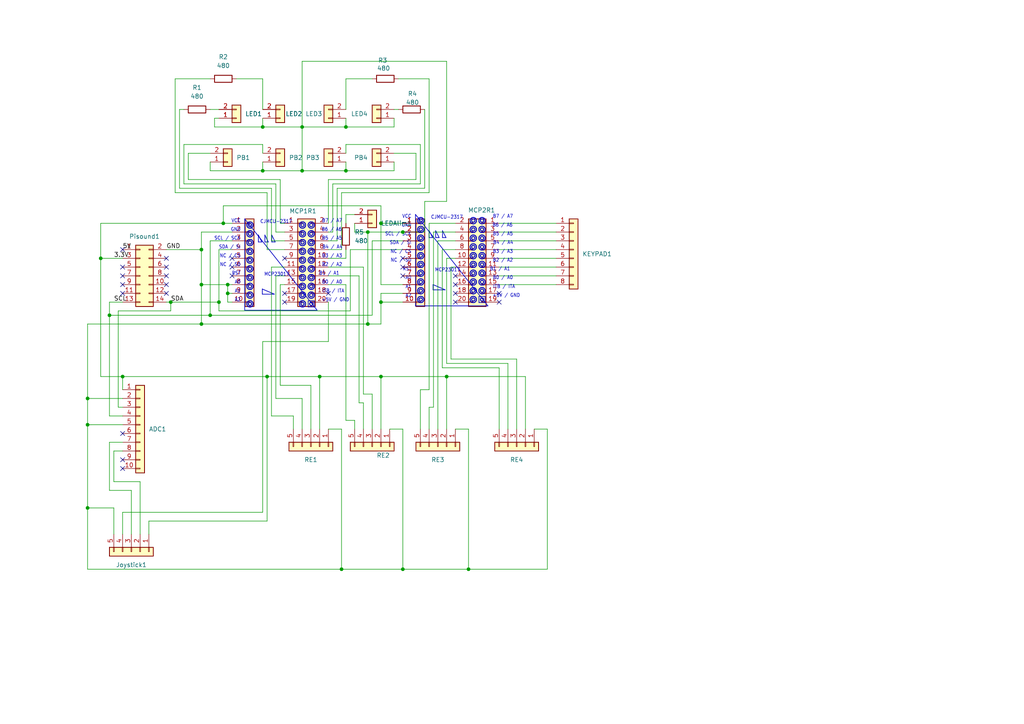
<source format=kicad_sch>
(kicad_sch (version 20250114) (generator "eeschema") (generator_version "9.0")
  (paper "A4")
  (title_block (title "Kleag's Effects Board") (date "2025-10-08") (rev "0"))
  (circle (center 137.2723 74.1599) (radius 0.9398) (stroke (width 0.2)))
  (circle (center 139.8123 74.1599) (radius 0.4833) (stroke (width 0.2)))
  (circle (center 87.74 83.0499) (radius 0.9398) (stroke (width 0.2)))
  (circle (center 87.74 70.3499) (radius 0.4833) (stroke (width 0.2)))
  (circle (center 72.5 83.0499) (radius 0.4834) (stroke (width 0.2)))
  (circle (center 72.5 83.0499) (radius 0.9398) (stroke (width 0.2)))
  (circle (center 87.74 67.8099) (radius 0.4572) (stroke (width 0.2)))
  (circle (center 122.0323 86.8599) (radius 0.4834) (stroke (width 0.2)))
  (circle (center 90.28 77.9699) (radius 0.4833) (stroke (width 0.2)))
  (circle (center 122.0323 74.1599) (radius 0.4834) (stroke (width 0.2)))
  (circle (center 137.2723 81.7799) (radius 0.9398) (stroke (width 0.2)))
  (circle (center 87.74 88.1299) (radius 0.4833) (stroke (width 0.2)))
  (circle (center 137.2723 76.6999) (radius 0.4572) (stroke (width 0.2)))
  (circle (center 72.5 88.1299) (radius 0.889) (stroke (width 0.2)))
  (circle (center 122.0323 69.0799) (radius 0.4572) (stroke (width 0.2)))
  (circle (center 139.8123 84.3199) (radius 0.4833) (stroke (width 0.2)))
  (circle (center 139.8123 69.0799) (radius 0.4833) (stroke (width 0.2)))
  (circle (center 87.74 72.8899) (radius 0.889) (stroke (width 0.2)))
  (circle (center 122.0323 71.6199) (radius 0.9398) (stroke (width 0.2)))
  (circle (center 122.0323 76.6999) (radius 0.4572) (stroke (width 0.2)))
  (circle (center 72.5 77.9699) (radius 0.4834) (stroke (width 0.2)))
  (circle (center 90.28 75.4299) (radius 0.4833) (stroke (width 0.2)))
  (circle (center 137.2723 74.1599) (radius 0.9398) (stroke (width 0.2)))
  (circle (center 90.28 70.3499) (radius 0.9398) (stroke (width 0.2)))
  (circle (center 137.2723 79.2399) (radius 0.4572) (stroke (width 0.2)))
  (circle (center 139.8123 79.2399) (radius 0.4833) (stroke (width 0.2)))
  (circle (center 87.74 65.2699) (radius 0.4572) (stroke (width 0.2)))
  (circle (center 139.8123 71.6199) (radius 0.4833) (stroke (width 0.2)))
  (circle (center 87.74 75.4299) (radius 0.4572) (stroke (width 0.2)))
  (circle (center 139.8123 71.6199) (radius 0.9398) (stroke (width 0.2)))
  (circle (center 122.0323 79.2399) (radius 0.9398) (stroke (width 0.2)))
  (circle (center 87.74 70.3499) (radius 0.9398) (stroke (width 0.2)))
  (circle (center 139.8123 84.3199) (radius 0.4572) (stroke (width 0.2)))
  (circle (center 122.0323 63.9999) (radius 0.4572) (stroke (width 0.2)))
  (circle (center 122.0323 74.1599) (radius 0.889) (stroke (width 0.2)))
  (circle (center 72.5 70.3499) (radius 0.9398) (stroke (width 0.2)))
  (circle (center 122.0323 76.6999) (radius 0.889) (stroke (width 0.2)))
  (circle (center 87.74 67.8099) (radius 0.4833) (stroke (width 0.2)))
  (circle (center 87.74 75.4299) (radius 0.9398) (stroke (width 0.2)))
  (circle (center 90.28 70.3499) (radius 0.9398) (stroke (width 0.2)))
  (circle (center 90.28 65.2699) (radius 0.4572) (stroke (width 0.2)))
  (circle (center 87.74 83.0499) (radius 0.4833) (stroke (width 0.2)))
  (circle (center 87.74 65.2699) (radius 0.9398) (stroke (width 0.2)))
  (circle (center 90.28 85.5899) (radius 0.9398) (stroke (width 0.2)))
  (circle (center 72.5 77.9699) (radius 0.889) (stroke (width 0.2)))
  (circle (center 72.5 75.4299) (radius 0.4834) (stroke (width 0.2)))
  (circle (center 139.8123 76.6999) (radius 0.9398) (stroke (width 0.2)))
  (circle (center 139.8123 86.8599) (radius 0.4833) (stroke (width 0.2)))
  (circle (center 87.74 77.9699) (radius 0.4833) (stroke (width 0.2)))
  (circle (center 87.74 88.1299) (radius 0.4833) (stroke (width 0.2)))
  (circle (center 90.28 72.8899) (radius 0.4833) (stroke (width 0.2)))
  (circle (center 72.5 80.5099) (radius 0.4834) (stroke (width 0.2)))
  (circle (center 90.28 85.5899) (radius 0.4572) (stroke (width 0.2)))
  (circle (center 137.2723 76.6999) (radius 0.4833) (stroke (width 0.2)))
  (circle (center 139.8123 63.9999) (radius 0.4572) (stroke (width 0.2)))
  (circle (center 87.74 65.2699) (radius 0.4833) (stroke (width 0.2)))
  (circle (center 137.2723 69.0799) (radius 0.9398) (stroke (width 0.2)))
  (circle (center 90.28 83.0499) (radius 0.9398) (stroke (width 0.2)))
  (circle (center 139.8123 81.7799) (radius 0.9398) (stroke (width 0.2)))
  (circle (center 72.5 70.3499) (radius 0.4572) (stroke (width 0.2)))
  (circle (center 90.28 67.8099) (radius 0.4833) (stroke (width 0.2)))
  (circle (center 90.28 77.9699) (radius 0.9398) (stroke (width 0.2)))
  (circle (center 137.2723 71.6199) (radius 0.9398) (stroke (width 0.2)))
  (circle (center 122.0323 81.7799) (radius 0.9398) (stroke (width 0.2)))
  (circle (center 87.74 88.1299) (radius 0.9398) (stroke (width 0.2)))
  (circle (center 72.5 72.8899) (radius 0.4572) (stroke (width 0.2)))
  (circle (center 137.2723 63.9999) (radius 0.4833) (stroke (width 0.2)))
  (circle (center 87.74 85.5899) (radius 0.9398) (stroke (width 0.2)))
  (circle (center 87.74 88.1299) (radius 0.9398) (stroke (width 0.2)))
  (circle (center 90.28 77.9699) (radius 0.889) (stroke (width 0.2)))
  (circle (center 72.5 77.9699) (radius 0.9398) (stroke (width 0.2)))
  (circle (center 122.0323 76.6999) (radius 0.4834) (stroke (width 0.2)))
  (circle (center 139.8123 71.6199) (radius 0.889) (stroke (width 0.2)))
  (circle (center 137.2723 81.7799) (radius 0.4833) (stroke (width 0.2)))
  (circle (center 72.5 67.8099) (radius 0.4834) (stroke (width 0.2)))
  (circle (center 137.2723 81.7799) (radius 0.4572) (stroke (width 0.2)))
  (circle (center 72.5 75.4299) (radius 0.9398) (stroke (width 0.2)))
  (circle (center 90.28 72.8899) (radius 0.9398) (stroke (width 0.2)))
  (circle (center 139.8123 84.3199) (radius 0.9398) (stroke (width 0.2)))
  (circle (center 139.8123 66.5399) (radius 0.4833) (stroke (width 0.2)))
  (circle (center 122.0323 86.8599) (radius 0.4834) (stroke (width 0.2)))
  (circle (center 122.0323 66.5399) (radius 0.9398) (stroke (width 0.2)))
  (circle (center 72.5 72.8899) (radius 0.9398) (stroke (width 0.2)))
  (circle (center 90.28 80.5099) (radius 0.9398) (stroke (width 0.2)))
  (circle (center 90.28 85.5899) (radius 0.889) (stroke (width 0.2)))
  (circle (center 122.0323 69.0799) (radius 0.9398) (stroke (width 0.2)))
  (circle (center 137.2723 84.3199) (radius 0.9398) (stroke (width 0.2)))
  (circle (center 87.74 85.5899) (radius 0.4572) (stroke (width 0.2)))
  (circle (center 137.2723 71.6199) (radius 0.889) (stroke (width 0.2)))
  (circle (center 87.74 67.8099) (radius 0.9398) (stroke (width 0.2)))
  (circle (center 137.2723 84.3199) (radius 0.9398) (stroke (width 0.2)))
  (circle (center 122.0323 76.6999) (radius 0.4834) (stroke (width 0.2)))
  (circle (center 139.8123 63.9999) (radius 0.889) (stroke (width 0.2)))
  (circle (center 122.0323 79.2399) (radius 0.9398) (stroke (width 0.2)))
  (circle (center 137.2723 76.6999) (radius 0.4833) (stroke (width 0.2)))
  (circle (center 90.28 65.2699) (radius 0.9398) (stroke (width 0.2)))
  (circle (center 87.74 67.8099) (radius 0.4833) (stroke (width 0.2)))
  (circle (center 90.28 75.4299) (radius 0.9398) (stroke (width 0.2)))
  (circle (center 72.5 85.5899) (radius 0.4834) (stroke (width 0.2)))
  (circle (center 87.74 77.9699) (radius 0.9398) (stroke (width 0.2)))
  (circle (center 139.8123 76.6999) (radius 0.4572) (stroke (width 0.2)))
  (circle (center 122.0323 79.2399) (radius 0.889) (stroke (width 0.2)))
  (circle (center 87.74 80.5099) (radius 0.889) (stroke (width 0.2)))
  (circle (center 72.5 67.8099) (radius 0.889) (stroke (width 0.2)))
  (circle (center 87.74 67.8099) (radius 0.889) (stroke (width 0.2)))
  (circle (center 72.5 77.9699) (radius 0.4572) (stroke (width 0.2)))
  (circle (center 90.28 70.3499) (radius 0.889) (stroke (width 0.2)))
  (circle (center 137.2723 84.3199) (radius 0.4833) (stroke (width 0.2)))
  (circle (center 87.74 75.4299) (radius 0.4833) (stroke (width 0.2)))
  (circle (center 137.2723 66.5399) (radius 0.889) (stroke (width 0.2)))
  (circle (center 137.2723 63.9999) (radius 0.4833) (stroke (width 0.2)))
  (circle (center 90.28 80.5099) (radius 0.4572) (stroke (width 0.2)))
  (circle (center 139.8123 63.9999) (radius 0.4833) (stroke (width 0.2)))
  (circle (center 90.28 70.3499) (radius 0.4833) (stroke (width 0.2)))
  (circle (center 122.0323 71.6199) (radius 0.4834) (stroke (width 0.2)))
  (circle (center 122.0323 84.3199) (radius 0.4834) (stroke (width 0.2)))
  (circle (center 137.2723 74.1599) (radius 0.889) (stroke (width 0.2)))
  (circle (center 137.2723 69.0799) (radius 0.9398) (stroke (width 0.2)))
  (circle (center 90.28 85.5899) (radius 0.4833) (stroke (width 0.2)))
  (circle (center 72.5 75.4299) (radius 0.4834) (stroke (width 0.2)))
  (circle (center 122.0323 79.2399) (radius 0.4834) (stroke (width 0.2)))
  (circle (center 122.0323 71.6199) (radius 0.4834) (stroke (width 0.2)))
  (circle (center 122.0323 66.5399) (radius 0.4834) (stroke (width 0.2)))
  (circle (center 87.74 72.8899) (radius 0.4572) (stroke (width 0.2)))
  (circle (center 122.0323 74.1599) (radius 0.9398) (stroke (width 0.2)))
  (circle (center 87.74 80.5099) (radius 0.9398) (stroke (width 0.2)))
  (circle (center 87.74 67.8099) (radius 0.9398) (stroke (width 0.2)))
  (circle (center 90.28 72.8899) (radius 0.4833) (stroke (width 0.2)))
  (circle (center 137.2723 63.9999) (radius 0.9398) (stroke (width 0.2)))
  (circle (center 139.8123 74.1599) (radius 0.4833) (stroke (width 0.2)))
  (circle (center 122.0323 86.8599) (radius 0.9398) (stroke (width 0.2)))
  (circle (center 72.5 85.5899) (radius 0.889) (stroke (width 0.2)))
  (circle (center 90.28 70.3499) (radius 0.4572) (stroke (width 0.2)))
  (circle (center 139.8123 66.5399) (radius 0.889) (stroke (width 0.2)))
  (circle (center 122.0323 63.9999) (radius 0.9398) (stroke (width 0.2)))
  (circle (center 139.8123 63.9999) (radius 0.9398) (stroke (width 0.2)))
  (circle (center 137.2723 69.0799) (radius 0.4833) (stroke (width 0.2)))
  (circle (center 90.28 80.5099) (radius 0.889) (stroke (width 0.2)))
  (circle (center 137.2723 63.9999) (radius 0.889) (stroke (width 0.2)))
  (circle (center 137.2723 71.6199) (radius 0.4572) (stroke (width 0.2)))
  (circle (center 139.8123 86.8599) (radius 0.4572) (stroke (width 0.2)))
  (circle (center 122.0323 81.7799) (radius 0.4834) (stroke (width 0.2)))
  (circle (center 139.8123 81.7799) (radius 0.4572) (stroke (width 0.2)))
  (circle (center 122.0323 81.7799) (radius 0.889) (stroke (width 0.2)))
  (circle (center 90.28 83.0499) (radius 0.9398) (stroke (width 0.2)))
  (circle (center 90.28 67.8099) (radius 0.9398) (stroke (width 0.2)))
  (circle (center 90.28 65.2699) (radius 0.4833) (stroke (width 0.2)))
  (circle (center 87.74 65.2699) (radius 0.4833) (stroke (width 0.2)))
  (circle (center 137.2723 86.8599) (radius 0.889) (stroke (width 0.2)))
  (circle (center 90.28 72.8899) (radius 0.889) (stroke (width 0.2)))
  (circle (center 137.2723 79.2399) (radius 0.4833) (stroke (width 0.2)))
  (circle (center 122.0323 84.3199) (radius 0.9398) (stroke (width 0.2)))
  (circle (center 72.5 70.3499) (radius 0.4834) (stroke (width 0.2)))
  (circle (center 72.5 88.1299) (radius 0.4834) (stroke (width 0.2)))
  (circle (center 139.8123 84.3199) (radius 0.9398) (stroke (width 0.2)))
  (circle (center 137.2723 86.8599) (radius 0.9398) (stroke (width 0.2)))
  (circle (center 137.2723 66.5399) (radius 0.4572) (stroke (width 0.2)))
  (circle (center 72.5 88.1299) (radius 0.4834) (stroke (width 0.2)))
  (circle (center 87.74 88.1299) (radius 0.889) (stroke (width 0.2)))
  (circle (center 122.0323 74.1599) (radius 0.4834) (stroke (width 0.2)))
  (circle (center 139.8123 74.1599) (radius 0.9398) (stroke (width 0.2)))
  (circle (center 137.2723 69.0799) (radius 0.889) (stroke (width 0.2)))
  (circle (center 122.0323 66.5399) (radius 0.4834) (stroke (width 0.2)))
  (circle (center 122.0323 86.8599) (radius 0.9398) (stroke (width 0.2)))
  (circle (center 139.8123 66.5399) (radius 0.9398) (stroke (width 0.2)))
  (circle (center 72.5 65.2699) (radius 0.4572) (stroke (width 0.2)))
  (circle (center 72.5 72.8899) (radius 0.9398) (stroke (width 0.2)))
  (circle (center 139.8123 84.3199) (radius 0.889) (stroke (width 0.2)))
  (circle (center 90.28 83.0499) (radius 0.4572) (stroke (width 0.2)))
  (circle (center 137.2723 84.3199) (radius 0.889) (stroke (width 0.2)))
  (circle (center 137.2723 86.8599) (radius 0.4572) (stroke (width 0.2)))
  (circle (center 87.74 65.2699) (radius 0.889) (stroke (width 0.2)))
  (circle (center 90.28 88.1299) (radius 0.4833) (stroke (width 0.2)))
  (circle (center 87.74 83.0499) (radius 0.4833) (stroke (width 0.2)))
  (circle (center 122.0323 63.9999) (radius 0.889) (stroke (width 0.2)))
  (circle (center 72.5 83.0499) (radius 0.4834) (stroke (width 0.2)))
  (circle (center 137.2723 71.6199) (radius 0.9398) (stroke (width 0.2)))
  (circle (center 137.2723 79.2399) (radius 0.889) (stroke (width 0.2)))
  (circle (center 72.5 85.5899) (radius 0.4572) (stroke (width 0.2)))
  (circle (center 72.5 83.0499) (radius 0.4572) (stroke (width 0.2)))
  (circle (center 87.74 85.5899) (radius 0.9398) (stroke (width 0.2)))
  (circle (center 90.28 77.9699) (radius 0.4833) (stroke (width 0.2)))
  (circle (center 137.2723 74.1599) (radius 0.4833) (stroke (width 0.2)))
  (circle (center 122.0323 81.7799) (radius 0.9398) (stroke (width 0.2)))
  (circle (center 122.0323 63.9999) (radius 0.9398) (stroke (width 0.2)))
  (circle (center 122.0323 81.7799) (radius 0.4572) (stroke (width 0.2)))
  (circle (center 72.5 75.4299) (radius 0.889) (stroke (width 0.2)))
  (circle (center 122.0323 74.1599) (radius 0.4572) (stroke (width 0.2)))
  (circle (center 72.5 75.4299) (radius 0.4572) (stroke (width 0.2)))
  (circle (center 139.8123 71.6199) (radius 0.4833) (stroke (width 0.2)))
  (circle (center 72.5 65.2699) (radius 0.9398) (stroke (width 0.2)))
  (circle (center 87.74 70.3499) (radius 0.9398) (stroke (width 0.2)))
  (circle (center 137.2723 79.2399) (radius 0.9398) (stroke (width 0.2)))
  (circle (center 90.28 67.8099) (radius 0.4572) (stroke (width 0.2)))
  (circle (center 137.2723 86.8599) (radius 0.9398) (stroke (width 0.2)))
  (circle (center 137.2723 76.6999) (radius 0.889) (stroke (width 0.2)))
  (circle (center 72.5 70.3499) (radius 0.4834) (stroke (width 0.2)))
  (circle (center 137.2723 71.6199) (radius 0.4833) (stroke (width 0.2)))
  (circle (center 90.28 65.2699) (radius 0.889) (stroke (width 0.2)))
  (circle (center 137.2723 74.1599) (radius 0.4833) (stroke (width 0.2)))
  (circle (center 90.28 83.0499) (radius 0.4833) (stroke (width 0.2)))
  (circle (center 72.5 67.8099) (radius 0.4834) (stroke (width 0.2)))
  (circle (center 90.28 67.8099) (radius 0.889) (stroke (width 0.2)))
  (circle (center 72.5 65.2699) (radius 0.889) (stroke (width 0.2)))
  (circle (center 72.5 65.2699) (radius 0.4834) (stroke (width 0.2)))
  (circle (center 139.8123 79.2399) (radius 0.4572) (stroke (width 0.2)))
  (circle (center 72.5 67.8099) (radius 0.4572) (stroke (width 0.2)))
  (circle (center 122.0323 79.2399) (radius 0.4572) (stroke (width 0.2)))
  (circle (center 87.74 77.9699) (radius 0.889) (stroke (width 0.2)))
  (circle (center 137.2723 74.1599) (radius 0.4572) (stroke (width 0.2)))
  (circle (center 87.74 72.8899) (radius 0.9398) (stroke (width 0.2)))
  (circle (center 137.2723 79.2399) (radius 0.9398) (stroke (width 0.2)))
  (circle (center 90.28 67.8099) (radius 0.4833) (stroke (width 0.2)))
  (circle (center 137.2723 66.5399) (radius 0.4833) (stroke (width 0.2)))
  (circle (center 87.74 72.8899) (radius 0.9398) (stroke (width 0.2)))
  (circle (center 122.0323 69.0799) (radius 0.889) (stroke (width 0.2)))
  (circle (center 122.0323 63.9999) (radius 0.4834) (stroke (width 0.2)))
  (circle (center 87.74 75.4299) (radius 0.889) (stroke (width 0.2)))
  (circle (center 90.28 77.9699) (radius 0.9398) (stroke (width 0.2)))
  (circle (center 122.0323 79.2399) (radius 0.4834) (stroke (width 0.2)))
  (circle (center 87.74 65.2699) (radius 0.9398) (stroke (width 0.2)))
  (circle (center 139.8123 71.6199) (radius 0.9398) (stroke (width 0.2)))
  (circle (center 139.8123 63.9999) (radius 0.9398) (stroke (width 0.2)))
  (circle (center 90.28 72.8899) (radius 0.9398) (stroke (width 0.2)))
  (circle (center 122.0323 71.6199) (radius 0.889) (stroke (width 0.2)))
  (circle (center 90.28 75.4299) (radius 0.889) (stroke (width 0.2)))
  (circle (center 87.74 85.5899) (radius 0.4833) (stroke (width 0.2)))
  (circle (center 122.0323 84.3199) (radius 0.889) (stroke (width 0.2)))
  (circle (center 90.28 75.4299) (radius 0.4833) (stroke (width 0.2)))
  (circle (center 72.5 72.8899) (radius 0.4834) (stroke (width 0.2)))
  (circle (center 87.74 80.5099) (radius 0.4833) (stroke (width 0.2)))
  (circle (center 137.2723 84.3199) (radius 0.4833) (stroke (width 0.2)))
  (circle (center 137.2723 76.6999) (radius 0.9398) (stroke (width 0.2)))
  (circle (center 122.0323 66.5399) (radius 0.4572) (stroke (width 0.2)))
  (circle (center 87.74 85.5899) (radius 0.889) (stroke (width 0.2)))
  (circle (center 139.8123 81.7799) (radius 0.889) (stroke (width 0.2)))
  (circle (center 90.28 70.3499) (radius 0.4833) (stroke (width 0.2)))
  (circle (center 139.8123 69.0799) (radius 0.9398) (stroke (width 0.2)))
  (circle (center 122.0323 74.1599) (radius 0.9398) (stroke (width 0.2)))
  (circle (center 139.8123 69.0799) (radius 0.4833) (stroke (width 0.2)))
  (circle (center 139.8123 71.6199) (radius 0.4572) (stroke (width 0.2)))
  (circle (center 72.5 80.5099) (radius 0.9398) (stroke (width 0.2)))
  (circle (center 137.2723 86.8599) (radius 0.4833) (stroke (width 0.2)))
  (circle (center 72.5 88.1299) (radius 0.9398) (stroke (width 0.2)))
  (circle (center 90.28 80.5099) (radius 0.4833) (stroke (width 0.2)))
  (circle (center 90.28 65.2699) (radius 0.4833) (stroke (width 0.2)))
  (circle (center 122.0323 84.3199) (radius 0.9398) (stroke (width 0.2)))
  (circle (center 72.5 75.4299) (radius 0.9398) (stroke (width 0.2)))
  (circle (center 72.5 77.9699) (radius 0.4834) (stroke (width 0.2)))
  (circle (center 122.0323 71.6199) (radius 0.4572) (stroke (width 0.2)))
  (circle (center 139.8123 81.7799) (radius 0.9398) (stroke (width 0.2)))
  (circle (center 137.2723 81.7799) (radius 0.4833) (stroke (width 0.2)))
  (circle (center 87.74 80.5099) (radius 0.4833) (stroke (width 0.2)))
  (circle (center 87.74 77.9699) (radius 0.9398) (stroke (width 0.2)))
  (circle (center 90.28 85.5899) (radius 0.9398) (stroke (width 0.2)))
  (circle (center 122.0323 66.5399) (radius 0.9398) (stroke (width 0.2)))
  (circle (center 137.2723 81.7799) (radius 0.9398) (stroke (width 0.2)))
  (circle (center 87.74 75.4299) (radius 0.4833) (stroke (width 0.2)))
  (circle (center 90.28 80.5099) (radius 0.9398) (stroke (width 0.2)))
  (circle (center 122.0323 76.6999) (radius 0.9398) (stroke (width 0.2)))
  (circle (center 87.74 70.3499) (radius 0.4833) (stroke (width 0.2)))
  (circle (center 139.8123 79.2399) (radius 0.9398) (stroke (width 0.2)))
  (circle (center 137.2723 79.2399) (radius 0.4833) (stroke (width 0.2)))
  (circle (center 90.28 85.5899) (radius 0.4833) (stroke (width 0.2)))
  (circle (center 90.28 88.1299) (radius 0.4572) (stroke (width 0.2)))
  (circle (center 137.2723 66.5399) (radius 0.9398) (stroke (width 0.2)))
  (circle (center 72.5 85.5899) (radius 0.9398) (stroke (width 0.2)))
  (circle (center 90.28 83.0499) (radius 0.889) (stroke (width 0.2)))
  (circle (center 87.74 83.0499) (radius 0.889) (stroke (width 0.2)))
  (circle (center 139.8123 79.2399) (radius 0.889) (stroke (width 0.2)))
  (circle (center 139.8123 66.5399) (radius 0.4572) (stroke (width 0.2)))
  (circle (center 87.74 80.5099) (radius 0.4572) (stroke (width 0.2)))
  (circle (center 137.2723 63.9999) (radius 0.4572) (stroke (width 0.2)))
  (circle (center 87.74 80.5099) (radius 0.9398) (stroke (width 0.2)))
  (circle (center 72.5 80.5099) (radius 0.889) (stroke (width 0.2)))
  (circle (center 139.8123 66.5399) (radius 0.4833) (stroke (width 0.2)))
  (circle (center 139.8123 81.7799) (radius 0.4833) (stroke (width 0.2)))
  (circle (center 72.5 67.8099) (radius 0.9398) (stroke (width 0.2)))
  (circle (center 122.0323 69.0799) (radius 0.4834) (stroke (width 0.2)))
  (circle (center 139.8123 74.1599) (radius 0.4572) (stroke (width 0.2)))
  (circle (center 122.0323 84.3199) (radius 0.4572) (stroke (width 0.2)))
  (circle (center 87.74 70.3499) (radius 0.4572) (stroke (width 0.2)))
  (circle (center 139.8123 76.6999) (radius 0.4833) (stroke (width 0.2)))
  (circle (center 139.8123 69.0799) (radius 0.4572) (stroke (width 0.2)))
  (circle (center 72.5 88.1299) (radius 0.4572) (stroke (width 0.2)))
  (circle (center 72.5 72.8899) (radius 0.4834) (stroke (width 0.2)))
  (circle (center 137.2723 71.6199) (radius 0.4833) (stroke (width 0.2)))
  (circle (center 122.0323 76.6999) (radius 0.9398) (stroke (width 0.2)))
  (circle (center 122.0323 71.6199) (radius 0.9398) (stroke (width 0.2)))
  (circle (center 139.8123 84.3199) (radius 0.4833) (stroke (width 0.2)))
  (circle (center 87.74 72.8899) (radius 0.4833) (stroke (width 0.2)))
  (circle (center 90.28 75.4299) (radius 0.9398) (stroke (width 0.2)))
  (circle (center 72.5 83.0499) (radius 0.9398) (stroke (width 0.2)))
  (circle (center 87.74 83.0499) (radius 0.9398) (stroke (width 0.2)))
  (circle (center 137.2723 69.0799) (radius 0.4833) (stroke (width 0.2)))
  (circle (center 72.5 80.5099) (radius 0.4572) (stroke (width 0.2)))
  (circle (center 137.2723 66.5399) (radius 0.4833) (stroke (width 0.2)))
  (circle (center 137.2723 81.7799) (radius 0.889) (stroke (width 0.2)))
  (circle (center 90.28 77.9699) (radius 0.4572) (stroke (width 0.2)))
  (circle (center 87.74 77.9699) (radius 0.4833) (stroke (width 0.2)))
  (circle (center 122.0323 81.7799) (radius 0.4834) (stroke (width 0.2)))
  (circle (center 87.74 83.0499) (radius 0.4572) (stroke (width 0.2)))
  (circle (center 139.8123 63.9999) (radius 0.4833) (stroke (width 0.2)))
  (circle (center 90.28 67.8099) (radius 0.9398) (stroke (width 0.2)))
  (circle (center 90.28 83.0499) (radius 0.4833) (stroke (width 0.2)))
  (circle (center 90.28 88.1299) (radius 0.4833) (stroke (width 0.2)))
  (circle (center 72.5 88.1299) (radius 0.9398) (stroke (width 0.2)))
  (circle (center 122.0323 69.0799) (radius 0.9398) (stroke (width 0.2)))
  (circle (center 122.0323 69.0799) (radius 0.4834) (stroke (width 0.2)))
  (circle (center 122.0323 86.8599) (radius 0.4572) (stroke (width 0.2)))
  (circle (center 139.8123 74.1599) (radius 0.889) (stroke (width 0.2)))
  (circle (center 122.0323 84.3199) (radius 0.4834) (stroke (width 0.2)))
  (circle (center 72.5 65.2699) (radius 0.4834) (stroke (width 0.2)))
  (circle (center 139.8123 76.6999) (radius 0.9398) (stroke (width 0.2)))
  (circle (center 137.2723 86.8599) (radius 0.4833) (stroke (width 0.2)))
  (circle (center 122.0323 66.5399) (radius 0.889) (stroke (width 0.2)))
  (circle (center 72.5 83.0499) (radius 0.889) (stroke (width 0.2)))
  (circle (center 139.8123 81.7799) (radius 0.4833) (stroke (width 0.2)))
  (circle (center 139.8123 86.8599) (radius 0.4833) (stroke (width 0.2)))
  (circle (center 122.0323 86.8599) (radius 0.889) (stroke (width 0.2)))
  (circle (center 72.5 72.8899) (radius 0.889) (stroke (width 0.2)))
  (circle (center 72.5 70.3499) (radius 0.889) (stroke (width 0.2)))
  (circle (center 72.5 85.5899) (radius 0.9398) (stroke (width 0.2)))
  (circle (center 137.2723 69.0799) (radius 0.4572) (stroke (width 0.2)))
  (circle (center 139.8123 79.2399) (radius 0.9398) (stroke (width 0.2)))
  (circle (center 72.5 80.5099) (radius 0.4834) (stroke (width 0.2)))
  (circle (center 72.5 85.5899) (radius 0.4834) (stroke (width 0.2)))
  (circle (center 87.74 88.1299) (radius 0.4572) (stroke (width 0.2)))
  (circle (center 139.8123 79.2399) (radius 0.4833) (stroke (width 0.2)))
  (circle (center 87.74 72.8899) (radius 0.4833) (stroke (width 0.2)))
  (circle (center 87.74 70.3499) (radius 0.889) (stroke (width 0.2)))
  (circle (center 139.8123 76.6999) (radius 0.889) (stroke (width 0.2)))
  (circle (center 139.8123 74.1599) (radius 0.9398) (stroke (width 0.2)))
  (circle (center 139.8123 76.6999) (radius 0.4833) (stroke (width 0.2)))
  (circle (center 87.74 77.9699) (radius 0.4572) (stroke (width 0.2)))
  (circle (center 72.5 77.9699) (radius 0.9398) (stroke (width 0.2)))
  (circle (center 90.28 75.4299) (radius 0.4572) (stroke (width 0.2)))
  (circle (center 122.0323 63.9999) (radius 0.4834) (stroke (width 0.2)))
  (circle (center 137.2723 84.3199) (radius 0.4572) (stroke (width 0.2)))
  (circle (center 139.8123 66.5399) (radius 0.9398) (stroke (width 0.2)))
  (circle (center 137.2723 63.9999) (radius 0.9398) (stroke (width 0.2)))
  (circle (center 90.28 65.2699) (radius 0.9398) (stroke (width 0.2)))
  (circle (center 139.8123 69.0799) (radius 0.9398) (stroke (width 0.2)))
  (circle (center 87.74 85.5899) (radius 0.4833) (stroke (width 0.2)))
  (circle (center 139.8123 69.0799) (radius 0.889) (stroke (width 0.2)))
  (circle (center 72.5 67.8099) (radius 0.9398) (stroke (width 0.2)))
  (circle (center 87.74 75.4299) (radius 0.9398) (stroke (width 0.2)))
  (circle (center 72.5 70.3499) (radius 0.9398) (stroke (width 0.2)))
  (circle (center 137.2723 76.6999) (radius 0.9398) (stroke (width 0.2)))
  (circle (center 72.5 65.2699) (radius 0.9398) (stroke (width 0.2)))
  (circle (center 90.28 72.8899) (radius 0.4572) (stroke (width 0.2)))
  (circle (center 72.5 80.5099) (radius 0.9398) (stroke (width 0.2)))
  (circle (center 90.28 80.5099) (radius 0.4833) (stroke (width 0.2)))
  (circle (center 137.2723 66.5399) (radius 0.9398) (stroke (width 0.2)))
  (text "CJMCU-2317" (at 84.7499 65.0098 0) (effects (font (size 1.016 0.9144) (thickness 0.127)) (justify right bottom)))
  (text "MCP23017" (at 83.98 80.2899 0) (effects (font (size 1.016 0.9144) (thickness 0.127)) (justify right bottom)))
  (text "B4 / A4" (at 99.3938 72.3796 0) (effects (font (size 1.016 0.9144) (thickness 0.127)) (justify right bottom)))
  (text "A0" (at 69.85 82.55 0) (effects (font (size 1.016 0.9144) (thickness 0.127)) (justify right bottom)))
  (text "CJMCU-2317" (at 134.2822 63.7398 0) (effects (font (size 1.016 0.9144) (thickness 0.127)) (justify right bottom)))
  (text "SDA / SI" (at 69.85 72.39 0) (effects (font (size 1.016 0.9144) (thickness 0.127)) (justify right bottom)))
  (text "SCL / SCK" (at 119.38 68.58 0) (effects (font (size 1.016 0.9144) (thickness 0.127)) (justify right bottom)))
  (text "GND" (at 119.3823 66.04 0) (effects (font (size 1.016 0.9144) (thickness 0.127)) (justify right bottom)))
  (text "NC / CS" (at 69.8477 74.9501 0) (effects (font (size 1.016 0.9144) (thickness 0.127)) (justify right bottom)))
  (text "B5 / A5" (at 99.2998 69.8398 0) (effects (font (size 1.016 0.9144) (thickness 0.127)) (justify right bottom)))
  (text "VCC" (at 69.8477 64.77 0) (effects (font (size 1.016 0.9144) (thickness 0.127)) (justify right bottom)))
  (text "NC / S0" (at 69.85 77.4901 0) (effects (font (size 1.016 0.9144) (thickness 0.127)) (justify right bottom)))
  (text "VCC" (at 119.38 63.5 0) (effects (font (size 1.016 0.9144) (thickness 0.127)) (justify right bottom)))
  (text "A2" (at 69.85 87.6999 0) (effects (font (size 1.016 0.9144) (thickness 0.127)) (justify right bottom)))
  (text "SCL / SCK" (at 69.8477 69.85 0) (effects (font (size 1.016 0.9144) (thickness 0.127)) (justify right bottom)))
  (text "B0 / A0" (at 99.3016 82.5399 0) (effects (font (size 1.016 0.9144) (thickness 0.127)) (justify right bottom)))
  (text "+5V / GND" (at 150.8753 86.4197 0) (effects (font (size 1.016 0.9144) (thickness 0.127)) (justify right bottom)))
  (text "MCP23017" (at 133.5123 79.0199 0) (effects (font (size 1.016 0.9144) (thickness 0.127)) (justify right bottom)))
  (text "B3 / A3" (at 148.8324 73.6699 0) (effects (font (size 1.016 0.9144) (thickness 0.127)) (justify right bottom)))
  (text "A1" (at 69.8477 85.1599 0) (effects (font (size 1.016 0.9144) (thickness 0.127)) (justify right bottom)))
  (text "+5V / GND" (at 101.343 87.6897 0) (effects (font (size 1.016 0.9144) (thickness 0.127)) (justify right bottom)))
  (text "NC / CS" (at 119.38 73.6801 0) (effects (font (size 1.016 0.9144) (thickness 0.127)) (justify right bottom)))
  (text "B1 / A1" (at 98.4695 79.9999 0) (effects (font (size 1.016 0.9144) (thickness 0.127)) (justify right bottom)))
  (text "B2 / A2" (at 99.2998 77.4797 0) (effects (font (size 1.016 0.9144) (thickness 0.127)) (justify right bottom)))
  (text "A2" (at 119.3823 86.4299 0) (effects (font (size 1.016 0.9144) (thickness 0.127)) (justify right bottom)))
  (text "RST" (at 69.8477 80.01 0) (effects (font (size 1.016 0.9144) (thickness 0.127)) (justify right bottom)))
  (text "B6 / A6" (at 148.7404 66.0298 0) (effects (font (size 1.016 0.9144) (thickness 0.127)) (justify right bottom)))
  (text "B1 / A1" (at 148.0018 78.7299 0) (effects (font (size 1.016 0.9144) (thickness 0.127)) (justify right bottom)))
  (text "B5 / A5" (at 148.8321 68.5698 0) (effects (font (size 1.016 0.9144) (thickness 0.127)) (justify right bottom)))
  (text "GND" (at 69.85 67.31 0) (effects (font (size 1.016 0.9144) (thickness 0.127)) (justify right bottom)))
  (text "ITB / ITA" (at 149.4415 83.8797 0) (effects (font (size 1.016 0.9144) (thickness 0.127)) (justify right bottom)))
  (text "B6 / A6" (at 99.2081 67.2998 0) (effects (font (size 1.016 0.9144) (thickness 0.127)) (justify right bottom)))
  (text "B0 / A0" (at 148.8339 81.2699 0) (effects (font (size 1.016 0.9144) (thickness 0.127)) (justify right bottom)))
  (text "B3 / A3" (at 99.3001 74.9399 0) (effects (font (size 1.016 0.9144) (thickness 0.127)) (justify right bottom)))
  (text "A1" (at 119.38 83.8899 0) (effects (font (size 1.016 0.9144) (thickness 0.127)) (justify right bottom)))
  (text "NC / S0" (at 119.3823 76.2201 0) (effects (font (size 1.016 0.9144) (thickness 0.127)) (justify right bottom)))
  (text "B4 / A4" (at 148.9261 71.1096 0) (effects (font (size 1.016 0.9144) (thickness 0.127)) (justify right bottom)))
  (text "B2 / A2" (at 148.8321 76.2097 0) (effects (font (size 1.016 0.9144) (thickness 0.127)) (justify right bottom)))
  (text "SDA / SI" (at 119.3823 71.12 0) (effects (font (size 1.016 0.9144) (thickness 0.127)) (justify right bottom)))
  (text "ITB / ITA" (at 99.9092 85.1497 0) (effects (font (size 1.016 0.9144) (thickness 0.127)) (justify right bottom)))
  (text "B7 / A7" (at 99.3001 64.7598 0) (effects (font (size 1.016 0.9144) (thickness 0.127)) (justify right bottom)))
  (text "A0" (at 119.3823 81.28 0) (effects (font (size 1.016 0.9144) (thickness 0.127)) (justify right bottom)))
  (text "RST" (at 119.38 78.74 0) (effects (font (size 1.016 0.9144) (thickness 0.127)) (justify right bottom)))
  (text "B7 / A7" (at 148.8324 63.4898 0) (effects (font (size 1.016 0.9144) (thickness 0.127)) (justify right bottom)))
  (junction (at 106.68 67.31))
  (junction (at 66.04 85.09))
  (junction (at 31.75 91.44))
  (junction (at 66.04 82.55))
  (junction (at 92.71 109.22))
  (junction (at 49.53 87.63))
  (junction (at 135.89 165.1))
  (junction (at 29.21 74.93))
  (junction (at 60.96 91.44))
  (junction (at 110.49 64.77))
  (junction (at 58.42 93.98))
  (junction (at 25.4 147.32))
  (junction (at 64.77 64.77))
  (junction (at 106.68 93.98))
  (junction (at 76.2 36.83))
  (junction (at 58.42 82.55))
  (junction (at 87.63 36.83))
  (junction (at 129.54 109.22))
  (junction (at 116.84 165.1))
  (junction (at 110.49 109.22))
  (junction (at 100.33 49.53))
  (junction (at 100.33 36.83))
  (junction (at 25.4 123.19))
  (junction (at 76.2 49.53))
  (junction (at 25.4 115.57))
  (junction (at 87.63 49.53))
  (junction (at 116.84 67.31))
  (junction (at 110.49 87.63))
  (junction (at 35.56 109.22))
  (junction (at 63.5 87.63))
  (junction (at 77.47 109.22))
  (junction (at 58.42 72.39))
  (junction (at 99.06 165.1))
  (no_connect (at 48.26 74.93))
  (no_connect (at 116.84 77.47))
  (no_connect (at 35.56 72.39))
  (no_connect (at 35.56 135.89))
  (no_connect (at 116.84 74.93))
  (no_connect (at 95.25 85.09))
  (no_connect (at 116.84 80.01))
  (no_connect (at 35.56 133.35))
  (no_connect (at 144.78 87.63))
  (no_connect (at 144.78 85.09))
  (no_connect (at 132.08 80.01))
  (no_connect (at 132.08 82.55))
  (no_connect (at 67.31 80.01))
  (no_connect (at 48.26 82.55))
  (no_connect (at 82.55 74.93))
  (no_connect (at 132.08 87.63))
  (no_connect (at 48.26 85.09))
  (no_connect (at 48.26 80.01))
  (no_connect (at 67.31 74.93))
  (no_connect (at 82.55 87.63))
  (no_connect (at 35.56 125.73))
  (no_connect (at 35.56 77.47))
  (no_connect (at 35.56 82.55))
  (no_connect (at 82.55 85.09))
  (no_connect (at 132.08 85.09))
  (no_connect (at 67.31 77.47))
  (no_connect (at 48.26 77.47))
  (no_connect (at 35.56 85.09))
  (no_connect (at 35.56 80.01))
  (wire (pts (xy 95.25 77.47) (xy 105.41 77.47)))
  (wire (pts (xy 66.04 85.09) (xy 66.04 82.55)))
  (wire (pts (xy 76.2 22.86) (xy 76.2 31.75)))
  (wire (pts (xy 129.54 105.41) (xy 147.32 105.41)))
  (wire (pts (xy 60.96 69.85) (xy 60.96 91.44)))
  (wire (pts (xy 129.54 74.93) (xy 129.54 105.41)))
  (wire (pts (xy 60.96 46.99) (xy 60.96 49.53)))
  (wire (pts (xy 43.18 154.94) (xy 43.18 151.13)))
  (wire (pts (xy 43.18 151.13) (xy 77.47 151.13)))
  (wire (pts (xy 81.28 82.55) (xy 81.28 111.76)))
  (wire (pts (xy 129.54 109.22) (xy 129.54 124.46)))
  (wire (pts (xy 85.09 120.65) (xy 85.09 124.46)))
  (wire (pts (xy 97.79 69.85) (xy 97.79 54.61)))
  (wire (pts (xy 116.84 165.1) (xy 135.89 165.1)))
  (wire (pts (xy 78.74 69.85) (xy 78.74 54.61)))
  (wire (pts (xy 60.96 49.53) (xy 76.2 49.53)))
  (wire (pts (xy 130.81 77.47) (xy 130.81 104.14)))
  (wire (pts (xy 105.41 77.47) (xy 105.41 114.3)))
  (polyline (pts (xy 127.3622 68.9097) (xy 126.3622 68.9097)) (stroke (width 0.2)))
  (wire (pts (xy 104.14 80.01) (xy 104.14 116.84)))
  (polyline (pts (xy 125.6121 82.5597) (xy 129.1123 84.0598)) (stroke (width 0.2)))
  (wire (pts (xy 60.96 31.75) (xy 63.5 31.75)))
  (wire (pts (xy 58.42 93.98) (xy 106.68 93.98)))
  (wire (pts (xy 95.25 72.39) (xy 99.06 72.39)))
  (wire (pts (xy 62.23 36.83) (xy 62.23 34.29)))
  (wire (pts (xy 100.33 31.75) (xy 100.33 22.86)))
  (wire (pts (xy 80.01 67.31) (xy 80.01 53.34)))
  (polyline (pts (xy 138.9233 85.9709) (xy 140.7013 85.9709)) (stroke (width 0.2)))
  (wire (pts (xy 35.56 148.59) (xy 35.56 154.94)))
  (wire (pts (xy 38.1 154.94) (xy 38.1 142.24)))
  (wire (pts (xy 67.31 82.55) (xy 66.04 82.55)))
  (wire (pts (xy 95.25 87.63) (xy 95.25 99.06)))
  (wire (pts (xy 135.89 165.1) (xy 158.75 165.1)))
  (wire (pts (xy 87.63 36.83) (xy 100.33 36.83)))
  (wire (pts (xy 68.58 22.86) (xy 76.2 22.86)))
  (wire (pts (xy 25.4 115.57) (xy 25.4 123.19)))
  (wire (pts (xy 149.86 104.14) (xy 149.86 124.46)))
  (wire (pts (xy 110.49 82.55) (xy 110.49 64.77)))
  (wire (pts (xy 132.08 124.46) (xy 135.89 124.46)))
  (wire (pts (xy 144.78 72.39) (xy 161.29 72.39)))
  (wire (pts (xy 81.28 111.76) (xy 90.17 111.76)))
  (wire (pts (xy 105.41 116.84) (xy 105.41 124.46)))
  (wire (pts (xy 49.53 90.17) (xy 49.53 87.63)))
  (polyline (pts (xy 126.3622 66.9097) (xy 127.3622 68.9097)) (stroke (width 0.2)))
  (wire (pts (xy 144.78 69.85) (xy 161.29 69.85)))
  (wire (pts (xy 128.27 72.39) (xy 132.08 72.39)))
  (wire (pts (xy 106.68 93.98) (xy 110.49 93.98)))
  (wire (pts (xy 49.53 87.63) (xy 48.26 87.63)))
  (wire (pts (xy 62.23 34.29) (xy 63.5 34.29)))
  (wire (pts (xy 124.46 118.11) (xy 124.46 124.46)))
  (wire (pts (xy 101.6 90.17) (xy 63.5 90.17)))
  (wire (pts (xy 116.84 72.39) (xy 101.6 72.39)))
  (polyline (pts (xy 76.8299 68.1797) (xy 77.8299 70.1797)) (stroke (width 0.2)))
  (wire (pts (xy 35.56 109.22) (xy 35.56 113.03)))
  (polyline (pts (xy 129.1123 84.0598) (xy 125.6121 84.0598)) (stroke (width 0.2)))
  (polyline (pts (xy 120.5123 62.2097) (xy 141.5123 88.7098)) (stroke (width 0.2)))
  (wire (pts (xy 110.49 87.63) (xy 116.84 87.63)))
  (polyline (pts (xy 89.391 89.0189) (xy 89.391 87.2409)) (stroke (width 0.2)))
  (wire (pts (xy 102.87 67.31) (xy 102.87 64.77)))
  (wire (pts (xy 25.4 93.98) (xy 25.4 115.57)))
  (wire (pts (xy 144.78 77.47) (xy 161.29 77.47)))
  (wire (pts (xy 95.25 67.31) (xy 96.52 67.31)))
  (wire (pts (xy 96.52 67.31) (xy 96.52 53.34)))
  (wire (pts (xy 107.95 91.44) (xy 60.96 91.44)))
  (wire (pts (xy 124.46 113.03) (xy 121.92 113.03)))
  (polyline (pts (xy 77.8299 70.1797) (xy 76.8299 70.1797)) (stroke (width 0.2)))
  (wire (pts (xy 49.53 87.63) (xy 63.5 87.63)))
  (wire (pts (xy 31.75 128.27) (xy 35.56 128.27)))
  (polyline (pts (xy 91.169 87.2409) (xy 91.169 89.0189)) (stroke (width 0.2)))
  (wire (pts (xy 121.92 113.03) (xy 121.92 124.46)))
  (wire (pts (xy 110.49 64.77) (xy 110.49 59.69)))
  (wire (pts (xy 144.78 80.01) (xy 161.29 80.01)))
  (wire (pts (xy 125.73 67.31) (xy 132.08 67.31)))
  (wire (pts (xy 127 69.85) (xy 132.08 69.85)))
  (wire (pts (xy 82.55 64.77) (xy 81.28 64.77)))
  (wire (pts (xy 40.64 139.7) (xy 33.02 139.7)))
  (wire (pts (xy 128.27 72.39) (xy 128.27 106.68)))
  (polyline (pts (xy 141.5123 88.7098) (xy 120.5123 88.7098)) (stroke (width 0.2)))
  (wire (pts (xy 81.28 52.07) (xy 54.61 52.07)))
  (polyline (pts (xy 76.0798 83.8297) (xy 79.58 85.3298)) (stroke (width 0.2)))
  (polyline (pts (xy 129.3523 68.9099) (xy 128.3523 68.9099)) (stroke (width 0.2)))
  (wire (pts (xy 129.54 17.78) (xy 87.63 17.78)))
  (wire (pts (xy 152.4 109.22) (xy 152.4 124.46)))
  (wire (pts (xy 100.33 34.29) (xy 100.33 36.83)))
  (wire (pts (xy 144.78 106.68) (xy 144.78 124.46)))
  (wire (pts (xy 81.28 64.77) (xy 81.28 52.07)))
  (wire (pts (xy 87.63 115.57) (xy 87.63 124.46)))
  (wire (pts (xy 116.84 165.1) (xy 116.84 124.46)))
  (wire (pts (xy 78.74 120.65) (xy 85.09 120.65)))
  (polyline (pts (xy 70.98 89.9798) (xy 70.98 63.4797)) (stroke (width 0.2)))
  (polyline (pts (xy 125.6121 84.0598) (xy 125.6121 82.5597)) (stroke (width 0.2)))
  (polyline (pts (xy 78.82 70.1799) (xy 78.82 68.1799)) (stroke (width 0.2)))
  (wire (pts (xy 53.34 31.75) (xy 52.07 31.75)))
  (polyline (pts (xy 128.3523 68.9099) (xy 128.3523 66.9099)) (stroke (width 0.2)))
  (wire (pts (xy 82.55 69.85) (xy 78.74 69.85)))
  (wire (pts (xy 78.74 77.47) (xy 78.74 120.65)))
  (polyline (pts (xy 125.4722 68.9099) (xy 124.4722 68.9099)) (stroke (width 0.2)))
  (wire (pts (xy 58.42 93.98) (xy 25.4 93.98)))
  (wire (pts (xy 114.3 31.75) (xy 115.57 31.75)))
  (wire (pts (xy 123.19 58.42) (xy 129.54 58.42)))
  (wire (pts (xy 58.42 72.39) (xy 58.42 82.55)))
  (wire (pts (xy 107.95 69.85) (xy 107.95 91.44)))
  (wire (pts (xy 76.2 148.59) (xy 76.2 99.06)))
  (wire (pts (xy 105.41 114.3) (xy 107.95 114.3)))
  (wire (pts (xy 95.25 74.93) (xy 100.33 74.93)))
  (polyline (pts (xy 74.9399 70.1799) (xy 74.9399 68.1799)) (stroke (width 0.2)))
  (wire (pts (xy 95.25 124.46) (xy 99.06 124.46)))
  (wire (pts (xy 99.06 124.46) (xy 99.06 165.1)))
  (wire (pts (xy 130.81 104.14) (xy 149.86 104.14)))
  (wire (pts (xy 87.63 36.83) (xy 87.63 49.53)))
  (wire (pts (xy 29.21 74.93) (xy 29.21 109.22)))
  (wire (pts (xy 100.33 64.77) (xy 100.33 62.23)))
  (wire (pts (xy 100.33 49.53) (xy 114.3 49.53)))
  (wire (pts (xy 66.04 82.55) (xy 58.42 82.55)))
  (wire (pts (xy 50.8 22.86) (xy 60.96 22.86)))
  (wire (pts (xy 80.01 115.57) (xy 87.63 115.57)))
  (wire (pts (xy 106.68 67.31) (xy 116.84 67.31)))
  (wire (pts (xy 31.75 87.63) (xy 35.56 87.63)))
  (wire (pts (xy 31.75 87.63) (xy 31.75 91.44)))
  (wire (pts (xy 92.71 109.22) (xy 92.71 124.46)))
  (wire (pts (xy 158.75 165.1) (xy 158.75 124.46)))
  (wire (pts (xy 92.71 109.22) (xy 110.49 109.22)))
  (wire (pts (xy 114.3 46.99) (xy 114.3 49.53)))
  (wire (pts (xy 25.4 115.57) (xy 35.56 115.57)))
  (wire (pts (xy 120.65 44.45) (xy 120.65 52.07)))
  (polyline (pts (xy 140.7013 85.9709) (xy 140.7013 87.7489)) (stroke (width 0.2)))
  (wire (pts (xy 34.29 118.11) (xy 34.29 90.17)))
  (wire (pts (xy 63.5 90.17) (xy 63.5 87.63)))
  (wire (pts (xy 80.01 53.34) (xy 53.34 53.34)))
  (wire (pts (xy 34.29 90.17) (xy 49.53 90.17)))
  (wire (pts (xy 33.02 139.7) (xy 33.02 130.81)))
  (wire (pts (xy 29.21 74.93) (xy 35.56 74.93)))
  (wire (pts (xy 120.65 44.45) (xy 114.3 44.45)))
  (wire (pts (xy 95.25 52.07) (xy 120.65 52.07)))
  (wire (pts (xy 48.26 72.39) (xy 58.42 72.39)))
  (wire (pts (xy 110.49 124.46) (xy 110.49 109.22)))
  (wire (pts (xy 116.84 69.85) (xy 107.95 69.85)))
  (wire (pts (xy 76.2 36.83) (xy 87.63 36.83)))
  (wire (pts (xy 95.25 64.77) (xy 95.25 52.07)))
  (wire (pts (xy 82.55 80.01) (xy 80.01 80.01)))
  (wire (pts (xy 25.4 165.1) (xy 25.4 147.32)))
  (wire (pts (xy 100.33 46.99) (xy 100.33 49.53)))
  (polyline (pts (xy 70.98 63.4797) (xy 91.98 89.9798)) (stroke (width 0.2)))
  (wire (pts (xy 82.55 82.55) (xy 81.28 82.55)))
  (wire (pts (xy 124.46 64.77) (xy 124.46 113.03)))
  (wire (pts (xy 76.2 99.06) (xy 95.25 99.06)))
  (wire (pts (xy 54.61 44.45) (xy 60.96 44.45)))
  (wire (pts (xy 144.78 67.31) (xy 161.29 67.31)))
  (wire (pts (xy 147.32 105.41) (xy 147.32 124.46)))
  (wire (pts (xy 96.52 53.34) (xy 121.92 53.34)))
  (wire (pts (xy 66.04 87.63) (xy 66.04 85.09)))
  (wire (pts (xy 102.87 121.92) (xy 102.87 124.46)))
  (polyline (pts (xy 76.0798 85.3298) (xy 76.0798 83.8297)) (stroke (width 0.2)))
  (wire (pts (xy 35.56 109.22) (xy 77.47 109.22)))
  (wire (pts (xy 38.1 142.24) (xy 31.75 142.24)))
  (wire (pts (xy 129.54 109.22) (xy 152.4 109.22)))
  (wire (pts (xy 64.77 64.77) (xy 67.31 64.77)))
  (wire (pts (xy 132.08 74.93) (xy 129.54 74.93)))
  (wire (pts (xy 78.74 54.61) (xy 52.07 54.61)))
  (wire (pts (xy 29.21 109.22) (xy 35.56 109.22)))
  (wire (pts (xy 129.54 58.42) (xy 129.54 17.78)))
  (wire (pts (xy 54.61 44.45) (xy 54.61 52.07)))
  (wire (pts (xy 99.06 55.88) (xy 124.46 55.88)))
  (polyline (pts (xy 138.9233 87.7489) (xy 138.9233 85.9709)) (stroke (width 0.2)))
  (wire (pts (xy 95.25 80.01) (xy 104.14 80.01)))
  (wire (pts (xy 144.78 82.55) (xy 161.29 82.55)))
  (polyline (pts (xy 120.5123 88.7098) (xy 120.5123 62.2097)) (stroke (width 0.2)))
  (wire (pts (xy 99.06 72.39) (xy 99.06 55.88)))
  (wire (pts (xy 100.33 36.83) (xy 114.3 36.83)))
  (wire (pts (xy 35.56 120.65) (xy 31.75 120.65)))
  (wire (pts (xy 95.25 82.55) (xy 100.33 82.55)))
  (wire (pts (xy 58.42 67.31) (xy 58.42 72.39)))
  (wire (pts (xy 76.2 49.53) (xy 87.63 49.53)))
  (wire (pts (xy 25.4 147.32) (xy 33.02 147.32)))
  (wire (pts (xy 60.96 91.44) (xy 31.75 91.44)))
  (wire (pts (xy 110.49 85.09) (xy 110.49 87.63)))
  (wire (pts (xy 135.89 165.1) (xy 135.89 124.46)))
  (wire (pts (xy 125.73 118.11) (xy 124.46 118.11)))
  (wire (pts (xy 124.46 64.77) (xy 132.08 64.77)))
  (wire (pts (xy 35.56 118.11) (xy 34.29 118.11)))
  (wire (pts (xy 67.31 87.63) (xy 66.04 87.63)))
  (wire (pts (xy 113.03 124.46) (xy 116.84 124.46)))
  (wire (pts (xy 77.47 55.88) (xy 50.8 55.88)))
  (wire (pts (xy 76.2 46.99) (xy 76.2 49.53)))
  (wire (pts (xy 124.46 22.86) (xy 124.46 55.88)))
  (polyline (pts (xy 128.3523 66.9099) (xy 129.3523 68.9099)) (stroke (width 0.2)))
  (wire (pts (xy 77.47 151.13) (xy 77.47 109.22)))
  (wire (pts (xy 106.68 67.31) (xy 102.87 67.31)))
  (wire (pts (xy 62.23 36.83) (xy 76.2 36.83)))
  (polyline (pts (xy 78.82 68.1799) (xy 79.82 70.1799)) (stroke (width 0.2)))
  (wire (pts (xy 132.08 77.47) (xy 130.81 77.47)))
  (wire (pts (xy 101.6 72.39) (xy 101.6 90.17)))
  (wire (pts (xy 100.33 41.91) (xy 121.92 41.91)))
  (wire (pts (xy 115.57 22.86) (xy 124.46 22.86)))
  (wire (pts (xy 77.47 109.22) (xy 92.71 109.22)))
  (wire (pts (xy 76.2 34.29) (xy 76.2 36.83)))
  (polyline (pts (xy 91.169 89.0189) (xy 89.391 89.0189)) (stroke (width 0.2)))
  (wire (pts (xy 144.78 64.77) (xy 161.29 64.77)))
  (wire (pts (xy 100.33 62.23) (xy 102.87 62.23)))
  (wire (pts (xy 67.31 69.85) (xy 60.96 69.85)))
  (polyline (pts (xy 124.4722 68.9099) (xy 124.4722 66.9099)) (stroke (width 0.2)))
  (wire (pts (xy 52.07 31.75) (xy 52.07 54.61)))
  (wire (pts (xy 64.77 59.69) (xy 64.77 64.77)))
  (wire (pts (xy 99.06 165.1) (xy 116.84 165.1)))
  (wire (pts (xy 76.2 44.45) (xy 76.2 41.91)))
  (wire (pts (xy 80.01 80.01) (xy 80.01 115.57)))
  (wire (pts (xy 63.5 87.63) (xy 63.5 72.39)))
  (wire (pts (xy 53.34 53.34) (xy 53.34 41.91)))
  (wire (pts (xy 64.77 59.69) (xy 110.49 59.69)))
  (wire (pts (xy 154.94 124.46) (xy 158.75 124.46)))
  (wire (pts (xy 90.17 111.76) (xy 90.17 124.46)))
  (wire (pts (xy 25.4 123.19) (xy 25.4 147.32)))
  (wire (pts (xy 50.8 55.88) (xy 50.8 22.86)))
  (wire (pts (xy 106.68 67.31) (xy 106.68 93.98)))
  (wire (pts (xy 104.14 116.84) (xy 105.41 116.84)))
  (wire (pts (xy 100.33 22.86) (xy 107.95 22.86)))
  (wire (pts (xy 82.55 67.31) (xy 80.01 67.31)))
  (wire (pts (xy 114.3 34.29) (xy 114.3 36.83)))
  (polyline (pts (xy 79.82 70.1799) (xy 78.82 70.1799)) (stroke (width 0.2)))
  (wire (pts (xy 110.49 64.77) (xy 116.84 64.77)))
  (wire (pts (xy 33.02 130.81) (xy 35.56 130.81)))
  (wire (pts (xy 40.64 154.94) (xy 40.64 139.7)))
  (polyline (pts (xy 75.9399 70.1799) (xy 74.9399 70.1799)) (stroke (width 0.2)))
  (polyline (pts (xy 124.4722 66.9099) (xy 125.4722 68.9099)) (stroke (width 0.2)))
  (wire (pts (xy 123.19 31.75) (xy 123.19 54.61)))
  (wire (pts (xy 128.27 106.68) (xy 144.78 106.68)))
  (wire (pts (xy 58.42 67.31) (xy 67.31 67.31)))
  (wire (pts (xy 100.33 82.55) (xy 100.33 121.92)))
  (wire (pts (xy 82.55 72.39) (xy 77.47 72.39)))
  (wire (pts (xy 77.47 72.39) (xy 77.47 55.88)))
  (wire (pts (xy 87.63 49.53) (xy 100.33 49.53)))
  (polyline (pts (xy 74.9399 68.1799) (xy 75.9399 70.1799)) (stroke (width 0.2)))
  (wire (pts (xy 116.84 82.55) (xy 110.49 82.55)))
  (wire (pts (xy 100.33 44.45) (xy 100.33 41.91)))
  (wire (pts (xy 33.02 154.94) (xy 33.02 147.32)))
  (wire (pts (xy 121.92 53.34) (xy 121.92 41.91)))
  (polyline (pts (xy 76.8299 70.1797) (xy 76.8299 68.1797)) (stroke (width 0.2)))
  (wire (pts (xy 67.31 85.09) (xy 66.04 85.09)))
  (wire (pts (xy 125.73 67.31) (xy 125.73 118.11)))
  (polyline (pts (xy 89.391 87.2409) (xy 91.169 87.2409)) (stroke (width 0.2)))
  (wire (pts (xy 87.63 17.78) (xy 87.63 36.83)))
  (wire (pts (xy 25.4 165.1) (xy 99.06 165.1)))
  (wire (pts (xy 127 69.85) (xy 127 124.46)))
  (polyline (pts (xy 140.7013 87.7489) (xy 138.9233 87.7489)) (stroke (width 0.2)))
  (wire (pts (xy 63.5 72.39) (xy 67.31 72.39)))
  (wire (pts (xy 29.21 64.77) (xy 29.21 74.93)))
  (wire (pts (xy 58.42 82.55) (xy 58.42 93.98)))
  (polyline (pts (xy 91.98 89.9798) (xy 70.98 89.9798)) (stroke (width 0.2)))
  (wire (pts (xy 25.4 123.19) (xy 35.56 123.19)))
  (wire (pts (xy 107.95 114.3) (xy 107.95 124.46)))
  (wire (pts (xy 53.34 41.91) (xy 76.2 41.91)))
  (wire (pts (xy 144.78 74.93) (xy 161.29 74.93)))
  (wire (pts (xy 110.49 109.22) (xy 129.54 109.22)))
  (wire (pts (xy 31.75 120.65) (xy 31.75 91.44)))
  (wire (pts (xy 29.21 64.77) (xy 64.77 64.77)))
  (wire (pts (xy 97.79 54.61) (xy 123.19 54.61)))
  (wire (pts (xy 123.19 67.31) (xy 123.19 58.42)))
  (wire (pts (xy 95.25 69.85) (xy 97.79 69.85)))
  (wire (pts (xy 100.33 121.92) (xy 102.87 121.92)))
  (wire (pts (xy 76.2 148.59) (xy 35.56 148.59)))
  (wire (pts (xy 31.75 142.24) (xy 31.75 128.27)))
  (wire (pts (xy 116.84 85.09) (xy 110.49 85.09)))
  (wire (pts (xy 82.55 77.47) (xy 78.74 77.47)))
  (polyline (pts (xy 126.3622 68.9097) (xy 126.3622 66.9097)) (stroke (width 0.2)))
  (wire (pts (xy 116.84 67.31) (xy 123.19 67.31)))
  (wire (pts (xy 110.49 87.63) (xy 110.49 93.98)))
  (polyline (pts (xy 79.58 85.3298) (xy 76.0798 85.3298)) (stroke (width 0.2)))
  (wire (pts (xy 100.33 74.93) (xy 100.33 72.39)))
  (label "GND" (at 48.26 72.39 0))
  (label "SCL" (at 33.02 87.63 0))
  (label "5V" (at 35.56 72.39 0))
  (label "SDA" (at 49.53 87.63 0))
  (label "3.3V" (at 33.02 74.93 0))
  (symbol (lib_id "Connector_Generic:Conn_01x02") (at 81.28 34.29 0) (mirror x) (unit 1)
    (property "Reference" "LED2" (at 82.804 33.02 0) (effects (justify left)))
    (property "Value" "Conn_01x02" (effects (hide yes)))
    (property "Footprint" "Connector_Wire:SolderWire-0.1sqmm_1x02_P3.6mm_D0.4mm_OD1mm" (effects (hide yes)))
    (property "Description" "Generic connector, single row, 01x02, script generated (kicad-library-utils/schlib/autogen/connector/)" (effects (hide yes)))
  )
  (symbol (lib_id "Connector_Generic:Conn_02x10_Odd_Even") (at 87.63 74.93 0) (unit 1)
    (property "Reference" "MCP1R1" (at 87.884 61.214 0))
    (property "Value" "Conn_02x10_Odd_Even" (effects (hide yes)))
    (property "Footprint" "Connector_PinSocket_2.54mm:PinSocket_2x10_P2.54mm_Vertical" (effects (hide yes)))
    (property "Description" "Generic connector, double row, 02x10, odd/even pin numbering scheme (row 1 odd numbers, row 2 even numbers), script generated (kicad-library-utils/schlib/autogen/connector/)" (effects (hide yes)))
  )
  (symbol (lib_id "Connector_Generic:Conn_01x02") (at 95.25 46.99 180) (unit 1)
    (property "Reference" "PB3" (at 92.71 45.7201 0) (effects (justify left)))
    (property "Value" "Conn_01x02" (effects (hide yes)))
    (property "Footprint" "Connector_Wire:SolderWire-0.1sqmm_1x02_P3.6mm_D0.4mm_OD1mm" (effects (hide yes)))
    (property "Description" "Generic connector, single row, 01x02, script generated (kicad-library-utils/schlib/autogen/connector/)" (effects (hide yes)))
  )
  (symbol (lib_id "Device:R") (at 100.33 68.58 180) (unit 1)
    (property "Reference" "R5" (at 102.87 67.3099 0) (effects (justify right)))
    (property "Value" "480" (at 102.87 69.8499 0) (effects (justify right)))
    (property "Footprint" "Resistor_THT:R_Axial_DIN0309_L9.0mm_D3.2mm_P12.70mm_Horizontal" (effects (hide yes)))
    (property "Description" "Resistor" (effects (hide yes)))
  )
  (symbol (lib_id "Connector_Generic:Conn_01x02") (at 109.22 46.99 180) (unit 1)
    (property "Reference" "PB4" (at 106.68 45.7201 0) (effects (justify left)))
    (property "Value" "Conn_01x02" (effects (hide yes)))
    (property "Footprint" "Connector_Wire:SolderWire-0.1sqmm_1x02_P3.6mm_D0.4mm_OD1mm" (effects (hide yes)))
    (property "Description" "Generic connector, single row, 01x02, script generated (kicad-library-utils/schlib/autogen/connector/)" (effects (hide yes)))
  )
  (symbol (lib_id "Connector_Generic:Conn_01x02") (at 107.95 64.77 0) (mirror x) (unit 1)
    (property "Reference" "LEDAlim1" (at 110.49 64.7701 0) (effects (justify left)))
    (property "Value" "Conn_01x02" (effects (hide yes)))
    (property "Footprint" "Connector_Wire:SolderWire-0.1sqmm_1x02_P3.6mm_D0.4mm_OD1mm" (effects (hide yes)))
    (property "Description" "Generic connector, single row, 01x02, script generated (kicad-library-utils/schlib/autogen/connector/)" (effects (hide yes)))
  )
  (symbol (lib_id "Connector_Generic:Conn_01x10") (at 40.64 123.19 0) (unit 1)
    (property "Reference" "ADC1" (at 43.18 124.4599 0) (effects (justify left)))
    (property "Value" "Conn_01x10" (effects (hide yes)))
    (property "Footprint" "Connector_PinSocket_2.54mm:PinSocket_1x10_P2.54mm_Vertical" (effects (hide yes)))
    (property "Description" "Generic connector, single row, 01x10, script generated (kicad-library-utils/schlib/autogen/connector/)" (effects (hide yes)))
  )
  (symbol (lib_id "Device:R") (at 64.77 22.86 270) (unit 1)
    (property "Reference" "R2" (at 64.77 16.51 90))
    (property "Value" "480" (at 64.77 19.05 90))
    (property "Footprint" "Resistor_THT:R_Axial_DIN0309_L9.0mm_D3.2mm_P12.70mm_Horizontal" (effects (hide yes)))
    (property "Description" "Resistor" (effects (hide yes)))
  )
  (symbol (lib_id "Connector_Generic:Conn_01x05") (at 107.95 129.54 270) (unit 1)
    (property "Reference" "RE2" (at 109.2201 132.08 90) (effects (justify left)))
    (property "Value" "Conn_01x05" (effects (hide yes)))
    (property "Footprint" "Connector_Wire:SolderWire-0.1sqmm_1x05_P3.6mm_D0.4mm_OD1mm" (effects (hide yes)))
    (property "Description" "Generic connector, single row, 01x05, script generated (kicad-library-utils/schlib/autogen/connector/)" (effects (hide yes)))
  )
  (symbol (lib_id "Connector_Generic:Conn_01x05") (at 149.86 129.54 270) (unit 1)
    (property "Reference" "RE4" (at 149.86 133.35 90))
    (property "Value" "Conn_01x05" (effects (hide yes)))
    (property "Footprint" "Connector_Wire:SolderWire-0.1sqmm_1x05_P3.6mm_D0.4mm_OD1mm" (effects (hide yes)))
    (property "Description" "Generic connector, single row, 01x05, script generated (kicad-library-utils/schlib/autogen/connector/)" (effects (hide yes)))
  )
  (symbol (lib_id "Device:R") (at 119.38 31.75 270) (unit 1)
    (property "Reference" "R4" (at 119.634 27.178 90))
    (property "Value" "480" (at 119.634 29.718 90))
    (property "Footprint" "Resistor_THT:R_Axial_DIN0309_L9.0mm_D3.2mm_P12.70mm_Horizontal" (effects (hide yes)))
    (property "Description" "Resistor" (effects (hide yes)))
  )
  (symbol (lib_id "Connector_Generic:Conn_01x02") (at 66.04 46.99 0) (mirror x) (unit 1)
    (property "Reference" "PB1" (at 68.58 45.7201 0) (effects (justify left)))
    (property "Value" "Conn_01x02" (effects (hide yes)))
    (property "Footprint" "Connector_Wire:SolderWire-0.1sqmm_1x02_P3.6mm_D0.4mm_OD1mm" (effects (hide yes)))
    (property "Description" "Generic connector, single row, 01x02, script generated (kicad-library-utils/schlib/autogen/connector/)" (effects (hide yes)))
  )
  (symbol (lib_id "Connector_Generic:Conn_01x10") (at 72.39 74.93 0) (unit 1)
    (property "Reference" "MCD1L1" (effects (hide yes)))
    (property "Value" "Conn_01x10" (effects (hide yes)))
    (property "Footprint" "Connector_PinSocket_2.54mm:PinSocket_1x10_P2.54mm_Vertical" (effects (hide yes)))
    (property "Description" "Generic connector, single row, 01x10, script generated (kicad-library-utils/schlib/autogen/connector/)" (effects (hide yes)))
  )
  (symbol (lib_id "Connector_Generic:Conn_01x02") (at 68.58 34.29 0) (mirror x) (unit 1)
    (property "Reference" "LED1" (at 71.12 33.0201 0) (effects (justify left)))
    (property "Value" "Conn_01x02" (effects (hide yes)))
    (property "Footprint" "Connector_Wire:SolderWire-0.1sqmm_1x02_P3.6mm_D0.4mm_OD1mm" (effects (hide yes)))
    (property "Description" "Generic connector, single row, 01x02, script generated (kicad-library-utils/schlib/autogen/connector/)" (effects (hide yes)))
  )
  (symbol (lib_id "Connector_Generic:Conn_01x02") (at 81.28 46.99 0) (mirror x) (unit 1)
    (property "Reference" "PB2" (at 83.82 45.7201 0) (effects (justify left)))
    (property "Value" "Conn_01x02" (effects (hide yes)))
    (property "Footprint" "Connector_Wire:SolderWire-0.1sqmm_1x02_P3.6mm_D0.4mm_OD1mm" (effects (hide yes)))
    (property "Description" "Generic connector, single row, 01x02, script generated (kicad-library-utils/schlib/autogen/connector/)" (effects (hide yes)))
  )
  (symbol (lib_id "Connector_Generic:Conn_02x07_Odd_Even") (at 40.64 80.01 0) (unit 1)
    (property "Reference" "Pisound1" (at 41.91 68.58 0))
    (property "Value" "Conn_02x07_Odd_Even" (effects (hide yes)))
    (property "Footprint" "Connector_PinSocket_2.54mm:PinSocket_2x07_P2.54mm_Vertical" (effects (hide yes)))
    (property "Description" "Generic connector, double row, 02x07, odd/even pin numbering scheme (row 1 odd numbers, row 2 even numbers), script generated (kicad-library-utils/schlib/autogen/connector/)" (effects (hide yes)))
  )
  (symbol (lib_id "Connector_Generic:Conn_01x10") (at 121.92 74.93 0) (unit 1)
    (property "Reference" "MCP2L1" (effects (hide yes)))
    (property "Value" "Conn_01x10" (effects (hide yes)))
    (property "Footprint" "Connector_PinSocket_2.54mm:PinSocket_1x10_P2.54mm_Vertical" (effects (hide yes)))
    (property "Description" "Generic connector, single row, 01x10, script generated (kicad-library-utils/schlib/autogen/connector/)" (effects (hide yes)))
  )
  (symbol (lib_id "Connector_Generic:Conn_01x02") (at 109.22 34.29 180) (unit 1)
    (property "Reference" "LED4" (at 106.68 33.0201 0) (effects (justify left)))
    (property "Value" "Conn_01x02" (effects (hide yes)))
    (property "Footprint" "Connector_Wire:SolderWire-0.1sqmm_1x02_P3.6mm_D0.4mm_OD1mm" (effects (hide yes)))
    (property "Description" "Generic connector, single row, 01x02, script generated (kicad-library-utils/schlib/autogen/connector/)" (effects (hide yes)))
  )
  (symbol (lib_id "Connector_Generic:Conn_01x02") (at 95.25 34.29 180) (unit 1)
    (property "Reference" "LED3" (at 93.472 33.02 0) (effects (justify left)))
    (property "Value" "Conn_01x02" (effects (hide yes)))
    (property "Footprint" "Connector_Wire:SolderWire-0.1sqmm_1x02_P3.6mm_D0.4mm_OD1mm" (effects (hide yes)))
    (property "Description" "Generic connector, single row, 01x02, script generated (kicad-library-utils/schlib/autogen/connector/)" (effects (hide yes)))
  )
  (symbol (lib_id "Connector_Generic:Conn_01x05") (at 127 129.54 270) (unit 1)
    (property "Reference" "RE3" (at 127 133.35 90))
    (property "Value" "Conn_01x05" (effects (hide yes)))
    (property "Footprint" "Connector_Wire:SolderWire-0.1sqmm_1x05_P3.6mm_D0.4mm_OD1mm" (effects (hide yes)))
    (property "Description" "Generic connector, single row, 01x05, script generated (kicad-library-utils/schlib/autogen/connector/)" (effects (hide yes)))
  )
  (symbol (lib_id "Device:R") (at 111.76 22.86 270) (unit 1)
    (property "Reference" "R3" (at 110.998 17.526 90))
    (property "Value" "480" (at 111.252 19.812 90))
    (property "Footprint" "Resistor_THT:R_Axial_DIN0309_L9.0mm_D3.2mm_P12.70mm_Horizontal" (effects (hide yes)))
    (property "Description" "Resistor" (effects (hide yes)))
  )
  (symbol (lib_id "Connector_Generic:Conn_01x05") (at 90.17 129.54 270) (unit 1)
    (property "Reference" "RE1" (at 90.17 133.35 90))
    (property "Value" "Conn_01x05" (effects (hide yes)))
    (property "Footprint" "Connector_Wire:SolderWire-0.1sqmm_1x05_P3.6mm_D0.4mm_OD1mm" (effects (hide yes)))
    (property "Description" "Generic connector, single row, 01x05, script generated (kicad-library-utils/schlib/autogen/connector/)" (effects (hide yes)))
  )
  (symbol (lib_id "Connector_Generic:Conn_02x10_Odd_Even") (at 139.7 74.93 0) (mirror y) (unit 1)
    (property "Reference" "MCP2R1" (at 139.7 60.96 0))
    (property "Value" "Conn_02x10_Odd_Even" (effects (hide yes)))
    (property "Footprint" "Connector_PinSocket_2.54mm:PinSocket_2x10_P2.54mm_Vertical" (effects (hide yes)))
    (property "Description" "Generic connector, double row, 02x10, odd/even pin numbering scheme (row 1 odd numbers, row 2 even numbers), script generated (kicad-library-utils/schlib/autogen/connector/)" (effects (hide yes)))
  )
  (symbol (lib_id "Device:R") (at 57.15 31.75 270) (unit 1)
    (property "Reference" "R1" (at 57.15 25.4 90))
    (property "Value" "480" (at 57.15 27.94 90))
    (property "Footprint" "Resistor_THT:R_Axial_DIN0309_L9.0mm_D3.2mm_P12.70mm_Horizontal" (effects (hide yes)))
    (property "Description" "Resistor" (effects (hide yes)))
  )
  (symbol (lib_id "Connector_Generic:Conn_01x08") (at 166.37 72.39 0) (unit 1)
    (property "Reference" "KEYPAD1" (at 168.91 73.6599 0) (effects (justify left)))
    (property "Value" "Conn_01x08" (effects (hide yes)))
    (property "Footprint" "Connector_PinSocket_2.54mm:PinSocket_1x08_P2.54mm_Vertical" (effects (hide yes)))
    (property "Description" "Generic connector, single row, 01x08, script generated (kicad-library-utils/schlib/autogen/connector/)" (effects (hide yes)))
  )
  (symbol (lib_id "Connector_Generic:Conn_01x05") (at 38.1 160.02 270) (unit 1)
    (property "Reference" "Joystick1" (at 38.1 163.83 90))
    (property "Value" "Conn_01x05" (effects (hide yes)))
    (property "Footprint" "Connector_Wire:SolderWire-0.1sqmm_1x05_P3.6mm_D0.4mm_OD1mm" (effects (hide yes)))
    (property "Description" "Generic connector, single row, 01x05, script generated (kicad-library-utils/schlib/autogen/connector/)" (effects (hide yes)))
  )
)
</source>
